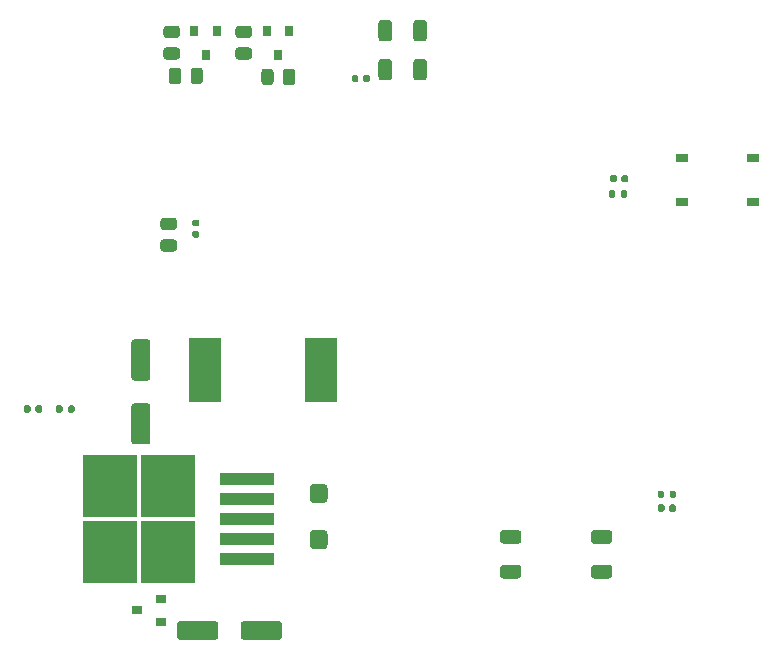
<source format=gbr>
%TF.GenerationSoftware,KiCad,Pcbnew,5.1.10*%
%TF.CreationDate,2021-11-06T21:22:03+05:45*%
%TF.ProjectId,RobotHat,526f626f-7448-4617-942e-6b696361645f,rev?*%
%TF.SameCoordinates,Original*%
%TF.FileFunction,Paste,Top*%
%TF.FilePolarity,Positive*%
%FSLAX46Y46*%
G04 Gerber Fmt 4.6, Leading zero omitted, Abs format (unit mm)*
G04 Created by KiCad (PCBNEW 5.1.10) date 2021-11-06 21:22:03*
%MOMM*%
%LPD*%
G01*
G04 APERTURE LIST*
%ADD10R,1.000000X0.750000*%
%ADD11R,0.800000X0.900000*%
%ADD12R,2.800000X5.400000*%
%ADD13R,0.900000X0.800000*%
%ADD14R,4.550000X5.250000*%
%ADD15R,4.600000X1.100000*%
G04 APERTURE END LIST*
D10*
%TO.C,SW1*%
X114000000Y-60925000D03*
X108000000Y-60925000D03*
X114000000Y-64675000D03*
X108000000Y-64675000D03*
%TD*%
%TO.C,C7*%
G36*
G01*
X92849999Y-95400000D02*
X94150001Y-95400000D01*
G75*
G02*
X94400000Y-95649999I0J-249999D01*
G01*
X94400000Y-96300001D01*
G75*
G02*
X94150001Y-96550000I-249999J0D01*
G01*
X92849999Y-96550000D01*
G75*
G02*
X92600000Y-96300001I0J249999D01*
G01*
X92600000Y-95649999D01*
G75*
G02*
X92849999Y-95400000I249999J0D01*
G01*
G37*
G36*
G01*
X92849999Y-92450000D02*
X94150001Y-92450000D01*
G75*
G02*
X94400000Y-92699999I0J-249999D01*
G01*
X94400000Y-93350001D01*
G75*
G02*
X94150001Y-93600000I-249999J0D01*
G01*
X92849999Y-93600000D01*
G75*
G02*
X92600000Y-93350001I0J249999D01*
G01*
X92600000Y-92699999D01*
G75*
G02*
X92849999Y-92450000I249999J0D01*
G01*
G37*
%TD*%
%TO.C,D2*%
G36*
G01*
X102875000Y-62872500D02*
X102875000Y-62527500D01*
G75*
G02*
X103022500Y-62380000I147500J0D01*
G01*
X103317500Y-62380000D01*
G75*
G02*
X103465000Y-62527500I0J-147500D01*
G01*
X103465000Y-62872500D01*
G75*
G02*
X103317500Y-63020000I-147500J0D01*
G01*
X103022500Y-63020000D01*
G75*
G02*
X102875000Y-62872500I0J147500D01*
G01*
G37*
G36*
G01*
X101905000Y-62872500D02*
X101905000Y-62527500D01*
G75*
G02*
X102052500Y-62380000I147500J0D01*
G01*
X102347500Y-62380000D01*
G75*
G02*
X102495000Y-62527500I0J-147500D01*
G01*
X102495000Y-62872500D01*
G75*
G02*
X102347500Y-63020000I-147500J0D01*
G01*
X102052500Y-63020000D01*
G75*
G02*
X101905000Y-62872500I0J147500D01*
G01*
G37*
%TD*%
%TO.C,R2*%
G36*
G01*
X102840000Y-64185000D02*
X102840000Y-63815000D01*
G75*
G02*
X102975000Y-63680000I135000J0D01*
G01*
X103245000Y-63680000D01*
G75*
G02*
X103380000Y-63815000I0J-135000D01*
G01*
X103380000Y-64185000D01*
G75*
G02*
X103245000Y-64320000I-135000J0D01*
G01*
X102975000Y-64320000D01*
G75*
G02*
X102840000Y-64185000I0J135000D01*
G01*
G37*
G36*
G01*
X101820000Y-64185000D02*
X101820000Y-63815000D01*
G75*
G02*
X101955000Y-63680000I135000J0D01*
G01*
X102225000Y-63680000D01*
G75*
G02*
X102360000Y-63815000I0J-135000D01*
G01*
X102360000Y-64185000D01*
G75*
G02*
X102225000Y-64320000I-135000J0D01*
G01*
X101955000Y-64320000D01*
G75*
G02*
X101820000Y-64185000I0J135000D01*
G01*
G37*
%TD*%
%TO.C,D4*%
G36*
G01*
X106915000Y-90772500D02*
X106915000Y-90427500D01*
G75*
G02*
X107062500Y-90280000I147500J0D01*
G01*
X107357500Y-90280000D01*
G75*
G02*
X107505000Y-90427500I0J-147500D01*
G01*
X107505000Y-90772500D01*
G75*
G02*
X107357500Y-90920000I-147500J0D01*
G01*
X107062500Y-90920000D01*
G75*
G02*
X106915000Y-90772500I0J147500D01*
G01*
G37*
G36*
G01*
X105945000Y-90772500D02*
X105945000Y-90427500D01*
G75*
G02*
X106092500Y-90280000I147500J0D01*
G01*
X106387500Y-90280000D01*
G75*
G02*
X106535000Y-90427500I0J-147500D01*
G01*
X106535000Y-90772500D01*
G75*
G02*
X106387500Y-90920000I-147500J0D01*
G01*
X106092500Y-90920000D01*
G75*
G02*
X105945000Y-90772500I0J147500D01*
G01*
G37*
%TD*%
%TO.C,R4*%
G36*
G01*
X106965000Y-89607000D02*
X106965000Y-89237000D01*
G75*
G02*
X107100000Y-89102000I135000J0D01*
G01*
X107370000Y-89102000D01*
G75*
G02*
X107505000Y-89237000I0J-135000D01*
G01*
X107505000Y-89607000D01*
G75*
G02*
X107370000Y-89742000I-135000J0D01*
G01*
X107100000Y-89742000D01*
G75*
G02*
X106965000Y-89607000I0J135000D01*
G01*
G37*
G36*
G01*
X105945000Y-89607000D02*
X105945000Y-89237000D01*
G75*
G02*
X106080000Y-89102000I135000J0D01*
G01*
X106350000Y-89102000D01*
G75*
G02*
X106485000Y-89237000I0J-135000D01*
G01*
X106485000Y-89607000D01*
G75*
G02*
X106350000Y-89742000I-135000J0D01*
G01*
X106080000Y-89742000D01*
G75*
G02*
X105945000Y-89607000I0J135000D01*
G01*
G37*
%TD*%
%TO.C,C3*%
G36*
G01*
X83464000Y-49515999D02*
X83464000Y-50816001D01*
G75*
G02*
X83214001Y-51066000I-249999J0D01*
G01*
X82563999Y-51066000D01*
G75*
G02*
X82314000Y-50816001I0J249999D01*
G01*
X82314000Y-49515999D01*
G75*
G02*
X82563999Y-49266000I249999J0D01*
G01*
X83214001Y-49266000D01*
G75*
G02*
X83464000Y-49515999I0J-249999D01*
G01*
G37*
G36*
G01*
X86414000Y-49515999D02*
X86414000Y-50816001D01*
G75*
G02*
X86164001Y-51066000I-249999J0D01*
G01*
X85513999Y-51066000D01*
G75*
G02*
X85264000Y-50816001I0J249999D01*
G01*
X85264000Y-49515999D01*
G75*
G02*
X85513999Y-49266000I249999J0D01*
G01*
X86164001Y-49266000D01*
G75*
G02*
X86414000Y-49515999I0J-249999D01*
G01*
G37*
%TD*%
%TO.C,C2*%
G36*
G01*
X83464000Y-52817999D02*
X83464000Y-54118001D01*
G75*
G02*
X83214001Y-54368000I-249999J0D01*
G01*
X82563999Y-54368000D01*
G75*
G02*
X82314000Y-54118001I0J249999D01*
G01*
X82314000Y-52817999D01*
G75*
G02*
X82563999Y-52568000I249999J0D01*
G01*
X83214001Y-52568000D01*
G75*
G02*
X83464000Y-52817999I0J-249999D01*
G01*
G37*
G36*
G01*
X86414000Y-52817999D02*
X86414000Y-54118001D01*
G75*
G02*
X86164001Y-54368000I-249999J0D01*
G01*
X85513999Y-54368000D01*
G75*
G02*
X85264000Y-54118001I0J249999D01*
G01*
X85264000Y-52817999D01*
G75*
G02*
X85513999Y-52568000I249999J0D01*
G01*
X86164001Y-52568000D01*
G75*
G02*
X86414000Y-52817999I0J-249999D01*
G01*
G37*
%TD*%
%TO.C,C8*%
G36*
G01*
X101850001Y-93600000D02*
X100549999Y-93600000D01*
G75*
G02*
X100300000Y-93350001I0J249999D01*
G01*
X100300000Y-92699999D01*
G75*
G02*
X100549999Y-92450000I249999J0D01*
G01*
X101850001Y-92450000D01*
G75*
G02*
X102100000Y-92699999I0J-249999D01*
G01*
X102100000Y-93350001D01*
G75*
G02*
X101850001Y-93600000I-249999J0D01*
G01*
G37*
G36*
G01*
X101850001Y-96550000D02*
X100549999Y-96550000D01*
G75*
G02*
X100300000Y-96300001I0J249999D01*
G01*
X100300000Y-95649999D01*
G75*
G02*
X100549999Y-95400000I249999J0D01*
G01*
X101850001Y-95400000D01*
G75*
G02*
X102100000Y-95649999I0J-249999D01*
G01*
X102100000Y-96300001D01*
G75*
G02*
X101850001Y-96550000I-249999J0D01*
G01*
G37*
%TD*%
D11*
%TO.C,Q3*%
X67682000Y-52186000D03*
X66732000Y-50186000D03*
X68632000Y-50186000D03*
%TD*%
%TO.C,R6*%
G36*
G01*
X64355998Y-51582000D02*
X65256002Y-51582000D01*
G75*
G02*
X65506000Y-51831998I0J-249998D01*
G01*
X65506000Y-52357002D01*
G75*
G02*
X65256002Y-52607000I-249998J0D01*
G01*
X64355998Y-52607000D01*
G75*
G02*
X64106000Y-52357002I0J249998D01*
G01*
X64106000Y-51831998D01*
G75*
G02*
X64355998Y-51582000I249998J0D01*
G01*
G37*
G36*
G01*
X64355998Y-49757000D02*
X65256002Y-49757000D01*
G75*
G02*
X65506000Y-50006998I0J-249998D01*
G01*
X65506000Y-50532002D01*
G75*
G02*
X65256002Y-50782000I-249998J0D01*
G01*
X64355998Y-50782000D01*
G75*
G02*
X64106000Y-50532002I0J249998D01*
G01*
X64106000Y-50006998D01*
G75*
G02*
X64355998Y-49757000I249998J0D01*
G01*
G37*
%TD*%
%TO.C,R5*%
G36*
G01*
X70451998Y-51582000D02*
X71352002Y-51582000D01*
G75*
G02*
X71602000Y-51831998I0J-249998D01*
G01*
X71602000Y-52357002D01*
G75*
G02*
X71352002Y-52607000I-249998J0D01*
G01*
X70451998Y-52607000D01*
G75*
G02*
X70202000Y-52357002I0J249998D01*
G01*
X70202000Y-51831998D01*
G75*
G02*
X70451998Y-51582000I249998J0D01*
G01*
G37*
G36*
G01*
X70451998Y-49757000D02*
X71352002Y-49757000D01*
G75*
G02*
X71602000Y-50006998I0J-249998D01*
G01*
X71602000Y-50532002D01*
G75*
G02*
X71352002Y-50782000I-249998J0D01*
G01*
X70451998Y-50782000D01*
G75*
G02*
X70202000Y-50532002I0J249998D01*
G01*
X70202000Y-50006998D01*
G75*
G02*
X70451998Y-49757000I249998J0D01*
G01*
G37*
%TD*%
%TO.C,R8*%
G36*
G01*
X66400000Y-54450002D02*
X66400000Y-53549998D01*
G75*
G02*
X66649998Y-53300000I249998J0D01*
G01*
X67175002Y-53300000D01*
G75*
G02*
X67425000Y-53549998I0J-249998D01*
G01*
X67425000Y-54450002D01*
G75*
G02*
X67175002Y-54700000I-249998J0D01*
G01*
X66649998Y-54700000D01*
G75*
G02*
X66400000Y-54450002I0J249998D01*
G01*
G37*
G36*
G01*
X64575000Y-54450002D02*
X64575000Y-53549998D01*
G75*
G02*
X64824998Y-53300000I249998J0D01*
G01*
X65350002Y-53300000D01*
G75*
G02*
X65600000Y-53549998I0J-249998D01*
G01*
X65600000Y-54450002D01*
G75*
G02*
X65350002Y-54700000I-249998J0D01*
G01*
X64824998Y-54700000D01*
G75*
G02*
X64575000Y-54450002I0J249998D01*
G01*
G37*
%TD*%
%TO.C,R7*%
G36*
G01*
X73428000Y-53635998D02*
X73428000Y-54536002D01*
G75*
G02*
X73178002Y-54786000I-249998J0D01*
G01*
X72652998Y-54786000D01*
G75*
G02*
X72403000Y-54536002I0J249998D01*
G01*
X72403000Y-53635998D01*
G75*
G02*
X72652998Y-53386000I249998J0D01*
G01*
X73178002Y-53386000D01*
G75*
G02*
X73428000Y-53635998I0J-249998D01*
G01*
G37*
G36*
G01*
X75253000Y-53635998D02*
X75253000Y-54536002D01*
G75*
G02*
X75003002Y-54786000I-249998J0D01*
G01*
X74477998Y-54786000D01*
G75*
G02*
X74228000Y-54536002I0J249998D01*
G01*
X74228000Y-53635998D01*
G75*
G02*
X74477998Y-53386000I249998J0D01*
G01*
X75003002Y-53386000D01*
G75*
G02*
X75253000Y-53635998I0J-249998D01*
G01*
G37*
%TD*%
%TO.C,R1*%
G36*
G01*
X65002002Y-67038000D02*
X64101998Y-67038000D01*
G75*
G02*
X63852000Y-66788002I0J249998D01*
G01*
X63852000Y-66262998D01*
G75*
G02*
X64101998Y-66013000I249998J0D01*
G01*
X65002002Y-66013000D01*
G75*
G02*
X65252000Y-66262998I0J-249998D01*
G01*
X65252000Y-66788002D01*
G75*
G02*
X65002002Y-67038000I-249998J0D01*
G01*
G37*
G36*
G01*
X65002002Y-68863000D02*
X64101998Y-68863000D01*
G75*
G02*
X63852000Y-68613002I0J249998D01*
G01*
X63852000Y-68087998D01*
G75*
G02*
X64101998Y-67838000I249998J0D01*
G01*
X65002002Y-67838000D01*
G75*
G02*
X65252000Y-68087998I0J-249998D01*
G01*
X65252000Y-68613002D01*
G75*
G02*
X65002002Y-68863000I-249998J0D01*
G01*
G37*
%TD*%
%TO.C,C5*%
G36*
G01*
X61650000Y-81700000D02*
X62750000Y-81700000D01*
G75*
G02*
X63000000Y-81950000I0J-250000D01*
G01*
X63000000Y-84950000D01*
G75*
G02*
X62750000Y-85200000I-250000J0D01*
G01*
X61650000Y-85200000D01*
G75*
G02*
X61400000Y-84950000I0J250000D01*
G01*
X61400000Y-81950000D01*
G75*
G02*
X61650000Y-81700000I250000J0D01*
G01*
G37*
G36*
G01*
X61650000Y-76300000D02*
X62750000Y-76300000D01*
G75*
G02*
X63000000Y-76550000I0J-250000D01*
G01*
X63000000Y-79550000D01*
G75*
G02*
X62750000Y-79800000I-250000J0D01*
G01*
X61650000Y-79800000D01*
G75*
G02*
X61400000Y-79550000I0J250000D01*
G01*
X61400000Y-76550000D01*
G75*
G02*
X61650000Y-76300000I250000J0D01*
G01*
G37*
%TD*%
%TO.C,C1*%
G36*
G01*
X68750000Y-100400000D02*
X68750000Y-101500000D01*
G75*
G02*
X68500000Y-101750000I-250000J0D01*
G01*
X65500000Y-101750000D01*
G75*
G02*
X65250000Y-101500000I0J250000D01*
G01*
X65250000Y-100400000D01*
G75*
G02*
X65500000Y-100150000I250000J0D01*
G01*
X68500000Y-100150000D01*
G75*
G02*
X68750000Y-100400000I0J-250000D01*
G01*
G37*
G36*
G01*
X74150000Y-100400000D02*
X74150000Y-101500000D01*
G75*
G02*
X73900000Y-101750000I-250000J0D01*
G01*
X70900000Y-101750000D01*
G75*
G02*
X70650000Y-101500000I0J250000D01*
G01*
X70650000Y-100400000D01*
G75*
G02*
X70900000Y-100150000I250000J0D01*
G01*
X73900000Y-100150000D01*
G75*
G02*
X74150000Y-100400000I0J-250000D01*
G01*
G37*
%TD*%
D12*
%TO.C,L1*%
X77450000Y-78900000D03*
X67650000Y-78900000D03*
%TD*%
D11*
%TO.C,Q2*%
X73828000Y-52186000D03*
X72878000Y-50186000D03*
X74778000Y-50186000D03*
%TD*%
D13*
%TO.C,Q1*%
X61900000Y-99250000D03*
X63900000Y-98300000D03*
X63900000Y-100200000D03*
%TD*%
%TO.C,D1*%
G36*
G01*
X77630000Y-90190000D02*
X76870000Y-90190000D01*
G75*
G02*
X76490000Y-89810000I0J380000D01*
G01*
X76490000Y-88890000D01*
G75*
G02*
X76870000Y-88510000I380000J0D01*
G01*
X77630000Y-88510000D01*
G75*
G02*
X78010000Y-88890000I0J-380000D01*
G01*
X78010000Y-89810000D01*
G75*
G02*
X77630000Y-90190000I-380000J0D01*
G01*
G37*
G36*
G01*
X77630000Y-94090000D02*
X76870000Y-94090000D01*
G75*
G02*
X76490000Y-93710000I0J380000D01*
G01*
X76490000Y-92790000D01*
G75*
G02*
X76870000Y-92410000I380000J0D01*
G01*
X77630000Y-92410000D01*
G75*
G02*
X78010000Y-92790000I0J-380000D01*
G01*
X78010000Y-93710000D01*
G75*
G02*
X77630000Y-94090000I-380000J0D01*
G01*
G37*
%TD*%
%TO.C,R3*%
G36*
G01*
X55560000Y-82015000D02*
X55560000Y-82385000D01*
G75*
G02*
X55425000Y-82520000I-135000J0D01*
G01*
X55155000Y-82520000D01*
G75*
G02*
X55020000Y-82385000I0J135000D01*
G01*
X55020000Y-82015000D01*
G75*
G02*
X55155000Y-81880000I135000J0D01*
G01*
X55425000Y-81880000D01*
G75*
G02*
X55560000Y-82015000I0J-135000D01*
G01*
G37*
G36*
G01*
X56580000Y-82015000D02*
X56580000Y-82385000D01*
G75*
G02*
X56445000Y-82520000I-135000J0D01*
G01*
X56175000Y-82520000D01*
G75*
G02*
X56040000Y-82385000I0J135000D01*
G01*
X56040000Y-82015000D01*
G75*
G02*
X56175000Y-81880000I135000J0D01*
G01*
X56445000Y-81880000D01*
G75*
G02*
X56580000Y-82015000I0J-135000D01*
G01*
G37*
%TD*%
%TO.C,D3*%
G36*
G01*
X53255000Y-82372500D02*
X53255000Y-82027500D01*
G75*
G02*
X53402500Y-81880000I147500J0D01*
G01*
X53697500Y-81880000D01*
G75*
G02*
X53845000Y-82027500I0J-147500D01*
G01*
X53845000Y-82372500D01*
G75*
G02*
X53697500Y-82520000I-147500J0D01*
G01*
X53402500Y-82520000D01*
G75*
G02*
X53255000Y-82372500I0J147500D01*
G01*
G37*
G36*
G01*
X52285000Y-82372500D02*
X52285000Y-82027500D01*
G75*
G02*
X52432500Y-81880000I147500J0D01*
G01*
X52727500Y-81880000D01*
G75*
G02*
X52875000Y-82027500I0J-147500D01*
G01*
X52875000Y-82372500D01*
G75*
G02*
X52727500Y-82520000I-147500J0D01*
G01*
X52432500Y-82520000D01*
G75*
G02*
X52285000Y-82372500I0J147500D01*
G01*
G37*
%TD*%
%TO.C,C4*%
G36*
G01*
X67008000Y-66730000D02*
X66668000Y-66730000D01*
G75*
G02*
X66528000Y-66590000I0J140000D01*
G01*
X66528000Y-66310000D01*
G75*
G02*
X66668000Y-66170000I140000J0D01*
G01*
X67008000Y-66170000D01*
G75*
G02*
X67148000Y-66310000I0J-140000D01*
G01*
X67148000Y-66590000D01*
G75*
G02*
X67008000Y-66730000I-140000J0D01*
G01*
G37*
G36*
G01*
X67008000Y-67690000D02*
X66668000Y-67690000D01*
G75*
G02*
X66528000Y-67550000I0J140000D01*
G01*
X66528000Y-67270000D01*
G75*
G02*
X66668000Y-67130000I140000J0D01*
G01*
X67008000Y-67130000D01*
G75*
G02*
X67148000Y-67270000I0J-140000D01*
G01*
X67148000Y-67550000D01*
G75*
G02*
X67008000Y-67690000I-140000J0D01*
G01*
G37*
%TD*%
%TO.C,C6*%
G36*
G01*
X81008000Y-54400000D02*
X81008000Y-54060000D01*
G75*
G02*
X81148000Y-53920000I140000J0D01*
G01*
X81428000Y-53920000D01*
G75*
G02*
X81568000Y-54060000I0J-140000D01*
G01*
X81568000Y-54400000D01*
G75*
G02*
X81428000Y-54540000I-140000J0D01*
G01*
X81148000Y-54540000D01*
G75*
G02*
X81008000Y-54400000I0J140000D01*
G01*
G37*
G36*
G01*
X80048000Y-54400000D02*
X80048000Y-54060000D01*
G75*
G02*
X80188000Y-53920000I140000J0D01*
G01*
X80468000Y-53920000D01*
G75*
G02*
X80608000Y-54060000I0J-140000D01*
G01*
X80608000Y-54400000D01*
G75*
G02*
X80468000Y-54540000I-140000J0D01*
G01*
X80188000Y-54540000D01*
G75*
G02*
X80048000Y-54400000I0J140000D01*
G01*
G37*
%TD*%
D14*
%TO.C,U2*%
X64450000Y-88725000D03*
X59600000Y-94275000D03*
X64450000Y-94275000D03*
X59600000Y-88725000D03*
D15*
X71175000Y-88100000D03*
X71175000Y-89800000D03*
X71175000Y-91500000D03*
X71175000Y-93200000D03*
X71175000Y-94900000D03*
%TD*%
M02*

</source>
